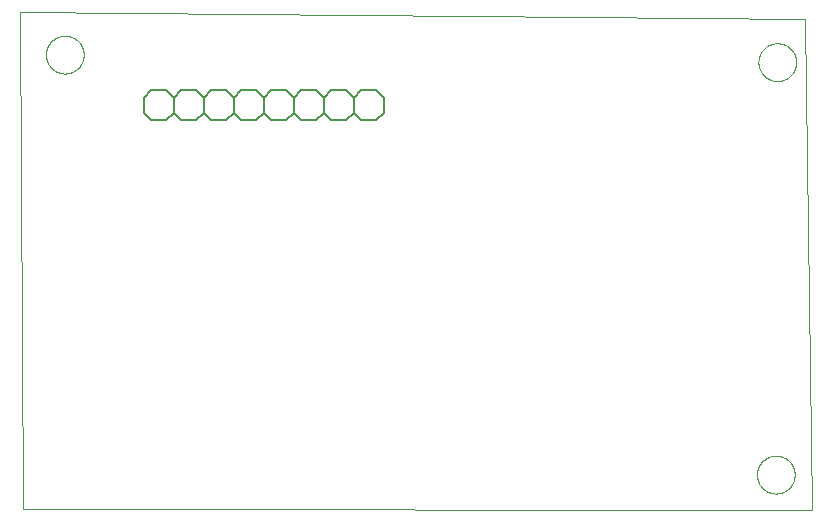
<source format=gbo>
G75*
%MOIN*%
%OFA0B0*%
%FSLAX25Y25*%
%IPPOS*%
%LPD*%
%AMOC8*
5,1,8,0,0,1.08239X$1,22.5*
%
%ADD10C,0.00000*%
%ADD11C,0.00600*%
D10*
X0008584Y0005255D02*
X0007584Y0171031D01*
X0269321Y0168716D01*
X0271580Y0005125D01*
X0008584Y0005255D01*
X0016285Y0156755D02*
X0016287Y0156913D01*
X0016293Y0157071D01*
X0016303Y0157229D01*
X0016317Y0157387D01*
X0016335Y0157544D01*
X0016356Y0157701D01*
X0016382Y0157857D01*
X0016412Y0158013D01*
X0016445Y0158168D01*
X0016483Y0158321D01*
X0016524Y0158474D01*
X0016569Y0158626D01*
X0016618Y0158777D01*
X0016671Y0158926D01*
X0016727Y0159074D01*
X0016787Y0159220D01*
X0016851Y0159365D01*
X0016919Y0159508D01*
X0016990Y0159650D01*
X0017064Y0159790D01*
X0017142Y0159927D01*
X0017224Y0160063D01*
X0017308Y0160197D01*
X0017397Y0160328D01*
X0017488Y0160457D01*
X0017583Y0160584D01*
X0017680Y0160709D01*
X0017781Y0160831D01*
X0017885Y0160950D01*
X0017992Y0161067D01*
X0018102Y0161181D01*
X0018215Y0161292D01*
X0018330Y0161401D01*
X0018448Y0161506D01*
X0018569Y0161608D01*
X0018692Y0161708D01*
X0018818Y0161804D01*
X0018946Y0161897D01*
X0019076Y0161987D01*
X0019209Y0162073D01*
X0019344Y0162157D01*
X0019480Y0162236D01*
X0019619Y0162313D01*
X0019760Y0162385D01*
X0019902Y0162455D01*
X0020046Y0162520D01*
X0020192Y0162582D01*
X0020339Y0162640D01*
X0020488Y0162695D01*
X0020638Y0162746D01*
X0020789Y0162793D01*
X0020941Y0162836D01*
X0021094Y0162875D01*
X0021249Y0162911D01*
X0021404Y0162942D01*
X0021560Y0162970D01*
X0021716Y0162994D01*
X0021873Y0163014D01*
X0022031Y0163030D01*
X0022188Y0163042D01*
X0022347Y0163050D01*
X0022505Y0163054D01*
X0022663Y0163054D01*
X0022821Y0163050D01*
X0022980Y0163042D01*
X0023137Y0163030D01*
X0023295Y0163014D01*
X0023452Y0162994D01*
X0023608Y0162970D01*
X0023764Y0162942D01*
X0023919Y0162911D01*
X0024074Y0162875D01*
X0024227Y0162836D01*
X0024379Y0162793D01*
X0024530Y0162746D01*
X0024680Y0162695D01*
X0024829Y0162640D01*
X0024976Y0162582D01*
X0025122Y0162520D01*
X0025266Y0162455D01*
X0025408Y0162385D01*
X0025549Y0162313D01*
X0025688Y0162236D01*
X0025824Y0162157D01*
X0025959Y0162073D01*
X0026092Y0161987D01*
X0026222Y0161897D01*
X0026350Y0161804D01*
X0026476Y0161708D01*
X0026599Y0161608D01*
X0026720Y0161506D01*
X0026838Y0161401D01*
X0026953Y0161292D01*
X0027066Y0161181D01*
X0027176Y0161067D01*
X0027283Y0160950D01*
X0027387Y0160831D01*
X0027488Y0160709D01*
X0027585Y0160584D01*
X0027680Y0160457D01*
X0027771Y0160328D01*
X0027860Y0160197D01*
X0027944Y0160063D01*
X0028026Y0159927D01*
X0028104Y0159790D01*
X0028178Y0159650D01*
X0028249Y0159508D01*
X0028317Y0159365D01*
X0028381Y0159220D01*
X0028441Y0159074D01*
X0028497Y0158926D01*
X0028550Y0158777D01*
X0028599Y0158626D01*
X0028644Y0158474D01*
X0028685Y0158321D01*
X0028723Y0158168D01*
X0028756Y0158013D01*
X0028786Y0157857D01*
X0028812Y0157701D01*
X0028833Y0157544D01*
X0028851Y0157387D01*
X0028865Y0157229D01*
X0028875Y0157071D01*
X0028881Y0156913D01*
X0028883Y0156755D01*
X0028881Y0156597D01*
X0028875Y0156439D01*
X0028865Y0156281D01*
X0028851Y0156123D01*
X0028833Y0155966D01*
X0028812Y0155809D01*
X0028786Y0155653D01*
X0028756Y0155497D01*
X0028723Y0155342D01*
X0028685Y0155189D01*
X0028644Y0155036D01*
X0028599Y0154884D01*
X0028550Y0154733D01*
X0028497Y0154584D01*
X0028441Y0154436D01*
X0028381Y0154290D01*
X0028317Y0154145D01*
X0028249Y0154002D01*
X0028178Y0153860D01*
X0028104Y0153720D01*
X0028026Y0153583D01*
X0027944Y0153447D01*
X0027860Y0153313D01*
X0027771Y0153182D01*
X0027680Y0153053D01*
X0027585Y0152926D01*
X0027488Y0152801D01*
X0027387Y0152679D01*
X0027283Y0152560D01*
X0027176Y0152443D01*
X0027066Y0152329D01*
X0026953Y0152218D01*
X0026838Y0152109D01*
X0026720Y0152004D01*
X0026599Y0151902D01*
X0026476Y0151802D01*
X0026350Y0151706D01*
X0026222Y0151613D01*
X0026092Y0151523D01*
X0025959Y0151437D01*
X0025824Y0151353D01*
X0025688Y0151274D01*
X0025549Y0151197D01*
X0025408Y0151125D01*
X0025266Y0151055D01*
X0025122Y0150990D01*
X0024976Y0150928D01*
X0024829Y0150870D01*
X0024680Y0150815D01*
X0024530Y0150764D01*
X0024379Y0150717D01*
X0024227Y0150674D01*
X0024074Y0150635D01*
X0023919Y0150599D01*
X0023764Y0150568D01*
X0023608Y0150540D01*
X0023452Y0150516D01*
X0023295Y0150496D01*
X0023137Y0150480D01*
X0022980Y0150468D01*
X0022821Y0150460D01*
X0022663Y0150456D01*
X0022505Y0150456D01*
X0022347Y0150460D01*
X0022188Y0150468D01*
X0022031Y0150480D01*
X0021873Y0150496D01*
X0021716Y0150516D01*
X0021560Y0150540D01*
X0021404Y0150568D01*
X0021249Y0150599D01*
X0021094Y0150635D01*
X0020941Y0150674D01*
X0020789Y0150717D01*
X0020638Y0150764D01*
X0020488Y0150815D01*
X0020339Y0150870D01*
X0020192Y0150928D01*
X0020046Y0150990D01*
X0019902Y0151055D01*
X0019760Y0151125D01*
X0019619Y0151197D01*
X0019480Y0151274D01*
X0019344Y0151353D01*
X0019209Y0151437D01*
X0019076Y0151523D01*
X0018946Y0151613D01*
X0018818Y0151706D01*
X0018692Y0151802D01*
X0018569Y0151902D01*
X0018448Y0152004D01*
X0018330Y0152109D01*
X0018215Y0152218D01*
X0018102Y0152329D01*
X0017992Y0152443D01*
X0017885Y0152560D01*
X0017781Y0152679D01*
X0017680Y0152801D01*
X0017583Y0152926D01*
X0017488Y0153053D01*
X0017397Y0153182D01*
X0017308Y0153313D01*
X0017224Y0153447D01*
X0017142Y0153583D01*
X0017064Y0153720D01*
X0016990Y0153860D01*
X0016919Y0154002D01*
X0016851Y0154145D01*
X0016787Y0154290D01*
X0016727Y0154436D01*
X0016671Y0154584D01*
X0016618Y0154733D01*
X0016569Y0154884D01*
X0016524Y0155036D01*
X0016483Y0155189D01*
X0016445Y0155342D01*
X0016412Y0155497D01*
X0016382Y0155653D01*
X0016356Y0155809D01*
X0016335Y0155966D01*
X0016317Y0156123D01*
X0016303Y0156281D01*
X0016293Y0156439D01*
X0016287Y0156597D01*
X0016285Y0156755D01*
X0253285Y0016755D02*
X0253287Y0016913D01*
X0253293Y0017071D01*
X0253303Y0017229D01*
X0253317Y0017387D01*
X0253335Y0017544D01*
X0253356Y0017701D01*
X0253382Y0017857D01*
X0253412Y0018013D01*
X0253445Y0018168D01*
X0253483Y0018321D01*
X0253524Y0018474D01*
X0253569Y0018626D01*
X0253618Y0018777D01*
X0253671Y0018926D01*
X0253727Y0019074D01*
X0253787Y0019220D01*
X0253851Y0019365D01*
X0253919Y0019508D01*
X0253990Y0019650D01*
X0254064Y0019790D01*
X0254142Y0019927D01*
X0254224Y0020063D01*
X0254308Y0020197D01*
X0254397Y0020328D01*
X0254488Y0020457D01*
X0254583Y0020584D01*
X0254680Y0020709D01*
X0254781Y0020831D01*
X0254885Y0020950D01*
X0254992Y0021067D01*
X0255102Y0021181D01*
X0255215Y0021292D01*
X0255330Y0021401D01*
X0255448Y0021506D01*
X0255569Y0021608D01*
X0255692Y0021708D01*
X0255818Y0021804D01*
X0255946Y0021897D01*
X0256076Y0021987D01*
X0256209Y0022073D01*
X0256344Y0022157D01*
X0256480Y0022236D01*
X0256619Y0022313D01*
X0256760Y0022385D01*
X0256902Y0022455D01*
X0257046Y0022520D01*
X0257192Y0022582D01*
X0257339Y0022640D01*
X0257488Y0022695D01*
X0257638Y0022746D01*
X0257789Y0022793D01*
X0257941Y0022836D01*
X0258094Y0022875D01*
X0258249Y0022911D01*
X0258404Y0022942D01*
X0258560Y0022970D01*
X0258716Y0022994D01*
X0258873Y0023014D01*
X0259031Y0023030D01*
X0259188Y0023042D01*
X0259347Y0023050D01*
X0259505Y0023054D01*
X0259663Y0023054D01*
X0259821Y0023050D01*
X0259980Y0023042D01*
X0260137Y0023030D01*
X0260295Y0023014D01*
X0260452Y0022994D01*
X0260608Y0022970D01*
X0260764Y0022942D01*
X0260919Y0022911D01*
X0261074Y0022875D01*
X0261227Y0022836D01*
X0261379Y0022793D01*
X0261530Y0022746D01*
X0261680Y0022695D01*
X0261829Y0022640D01*
X0261976Y0022582D01*
X0262122Y0022520D01*
X0262266Y0022455D01*
X0262408Y0022385D01*
X0262549Y0022313D01*
X0262688Y0022236D01*
X0262824Y0022157D01*
X0262959Y0022073D01*
X0263092Y0021987D01*
X0263222Y0021897D01*
X0263350Y0021804D01*
X0263476Y0021708D01*
X0263599Y0021608D01*
X0263720Y0021506D01*
X0263838Y0021401D01*
X0263953Y0021292D01*
X0264066Y0021181D01*
X0264176Y0021067D01*
X0264283Y0020950D01*
X0264387Y0020831D01*
X0264488Y0020709D01*
X0264585Y0020584D01*
X0264680Y0020457D01*
X0264771Y0020328D01*
X0264860Y0020197D01*
X0264944Y0020063D01*
X0265026Y0019927D01*
X0265104Y0019790D01*
X0265178Y0019650D01*
X0265249Y0019508D01*
X0265317Y0019365D01*
X0265381Y0019220D01*
X0265441Y0019074D01*
X0265497Y0018926D01*
X0265550Y0018777D01*
X0265599Y0018626D01*
X0265644Y0018474D01*
X0265685Y0018321D01*
X0265723Y0018168D01*
X0265756Y0018013D01*
X0265786Y0017857D01*
X0265812Y0017701D01*
X0265833Y0017544D01*
X0265851Y0017387D01*
X0265865Y0017229D01*
X0265875Y0017071D01*
X0265881Y0016913D01*
X0265883Y0016755D01*
X0265881Y0016597D01*
X0265875Y0016439D01*
X0265865Y0016281D01*
X0265851Y0016123D01*
X0265833Y0015966D01*
X0265812Y0015809D01*
X0265786Y0015653D01*
X0265756Y0015497D01*
X0265723Y0015342D01*
X0265685Y0015189D01*
X0265644Y0015036D01*
X0265599Y0014884D01*
X0265550Y0014733D01*
X0265497Y0014584D01*
X0265441Y0014436D01*
X0265381Y0014290D01*
X0265317Y0014145D01*
X0265249Y0014002D01*
X0265178Y0013860D01*
X0265104Y0013720D01*
X0265026Y0013583D01*
X0264944Y0013447D01*
X0264860Y0013313D01*
X0264771Y0013182D01*
X0264680Y0013053D01*
X0264585Y0012926D01*
X0264488Y0012801D01*
X0264387Y0012679D01*
X0264283Y0012560D01*
X0264176Y0012443D01*
X0264066Y0012329D01*
X0263953Y0012218D01*
X0263838Y0012109D01*
X0263720Y0012004D01*
X0263599Y0011902D01*
X0263476Y0011802D01*
X0263350Y0011706D01*
X0263222Y0011613D01*
X0263092Y0011523D01*
X0262959Y0011437D01*
X0262824Y0011353D01*
X0262688Y0011274D01*
X0262549Y0011197D01*
X0262408Y0011125D01*
X0262266Y0011055D01*
X0262122Y0010990D01*
X0261976Y0010928D01*
X0261829Y0010870D01*
X0261680Y0010815D01*
X0261530Y0010764D01*
X0261379Y0010717D01*
X0261227Y0010674D01*
X0261074Y0010635D01*
X0260919Y0010599D01*
X0260764Y0010568D01*
X0260608Y0010540D01*
X0260452Y0010516D01*
X0260295Y0010496D01*
X0260137Y0010480D01*
X0259980Y0010468D01*
X0259821Y0010460D01*
X0259663Y0010456D01*
X0259505Y0010456D01*
X0259347Y0010460D01*
X0259188Y0010468D01*
X0259031Y0010480D01*
X0258873Y0010496D01*
X0258716Y0010516D01*
X0258560Y0010540D01*
X0258404Y0010568D01*
X0258249Y0010599D01*
X0258094Y0010635D01*
X0257941Y0010674D01*
X0257789Y0010717D01*
X0257638Y0010764D01*
X0257488Y0010815D01*
X0257339Y0010870D01*
X0257192Y0010928D01*
X0257046Y0010990D01*
X0256902Y0011055D01*
X0256760Y0011125D01*
X0256619Y0011197D01*
X0256480Y0011274D01*
X0256344Y0011353D01*
X0256209Y0011437D01*
X0256076Y0011523D01*
X0255946Y0011613D01*
X0255818Y0011706D01*
X0255692Y0011802D01*
X0255569Y0011902D01*
X0255448Y0012004D01*
X0255330Y0012109D01*
X0255215Y0012218D01*
X0255102Y0012329D01*
X0254992Y0012443D01*
X0254885Y0012560D01*
X0254781Y0012679D01*
X0254680Y0012801D01*
X0254583Y0012926D01*
X0254488Y0013053D01*
X0254397Y0013182D01*
X0254308Y0013313D01*
X0254224Y0013447D01*
X0254142Y0013583D01*
X0254064Y0013720D01*
X0253990Y0013860D01*
X0253919Y0014002D01*
X0253851Y0014145D01*
X0253787Y0014290D01*
X0253727Y0014436D01*
X0253671Y0014584D01*
X0253618Y0014733D01*
X0253569Y0014884D01*
X0253524Y0015036D01*
X0253483Y0015189D01*
X0253445Y0015342D01*
X0253412Y0015497D01*
X0253382Y0015653D01*
X0253356Y0015809D01*
X0253335Y0015966D01*
X0253317Y0016123D01*
X0253303Y0016281D01*
X0253293Y0016439D01*
X0253287Y0016597D01*
X0253285Y0016755D01*
X0253785Y0154255D02*
X0253787Y0154413D01*
X0253793Y0154571D01*
X0253803Y0154729D01*
X0253817Y0154887D01*
X0253835Y0155044D01*
X0253856Y0155201D01*
X0253882Y0155357D01*
X0253912Y0155513D01*
X0253945Y0155668D01*
X0253983Y0155821D01*
X0254024Y0155974D01*
X0254069Y0156126D01*
X0254118Y0156277D01*
X0254171Y0156426D01*
X0254227Y0156574D01*
X0254287Y0156720D01*
X0254351Y0156865D01*
X0254419Y0157008D01*
X0254490Y0157150D01*
X0254564Y0157290D01*
X0254642Y0157427D01*
X0254724Y0157563D01*
X0254808Y0157697D01*
X0254897Y0157828D01*
X0254988Y0157957D01*
X0255083Y0158084D01*
X0255180Y0158209D01*
X0255281Y0158331D01*
X0255385Y0158450D01*
X0255492Y0158567D01*
X0255602Y0158681D01*
X0255715Y0158792D01*
X0255830Y0158901D01*
X0255948Y0159006D01*
X0256069Y0159108D01*
X0256192Y0159208D01*
X0256318Y0159304D01*
X0256446Y0159397D01*
X0256576Y0159487D01*
X0256709Y0159573D01*
X0256844Y0159657D01*
X0256980Y0159736D01*
X0257119Y0159813D01*
X0257260Y0159885D01*
X0257402Y0159955D01*
X0257546Y0160020D01*
X0257692Y0160082D01*
X0257839Y0160140D01*
X0257988Y0160195D01*
X0258138Y0160246D01*
X0258289Y0160293D01*
X0258441Y0160336D01*
X0258594Y0160375D01*
X0258749Y0160411D01*
X0258904Y0160442D01*
X0259060Y0160470D01*
X0259216Y0160494D01*
X0259373Y0160514D01*
X0259531Y0160530D01*
X0259688Y0160542D01*
X0259847Y0160550D01*
X0260005Y0160554D01*
X0260163Y0160554D01*
X0260321Y0160550D01*
X0260480Y0160542D01*
X0260637Y0160530D01*
X0260795Y0160514D01*
X0260952Y0160494D01*
X0261108Y0160470D01*
X0261264Y0160442D01*
X0261419Y0160411D01*
X0261574Y0160375D01*
X0261727Y0160336D01*
X0261879Y0160293D01*
X0262030Y0160246D01*
X0262180Y0160195D01*
X0262329Y0160140D01*
X0262476Y0160082D01*
X0262622Y0160020D01*
X0262766Y0159955D01*
X0262908Y0159885D01*
X0263049Y0159813D01*
X0263188Y0159736D01*
X0263324Y0159657D01*
X0263459Y0159573D01*
X0263592Y0159487D01*
X0263722Y0159397D01*
X0263850Y0159304D01*
X0263976Y0159208D01*
X0264099Y0159108D01*
X0264220Y0159006D01*
X0264338Y0158901D01*
X0264453Y0158792D01*
X0264566Y0158681D01*
X0264676Y0158567D01*
X0264783Y0158450D01*
X0264887Y0158331D01*
X0264988Y0158209D01*
X0265085Y0158084D01*
X0265180Y0157957D01*
X0265271Y0157828D01*
X0265360Y0157697D01*
X0265444Y0157563D01*
X0265526Y0157427D01*
X0265604Y0157290D01*
X0265678Y0157150D01*
X0265749Y0157008D01*
X0265817Y0156865D01*
X0265881Y0156720D01*
X0265941Y0156574D01*
X0265997Y0156426D01*
X0266050Y0156277D01*
X0266099Y0156126D01*
X0266144Y0155974D01*
X0266185Y0155821D01*
X0266223Y0155668D01*
X0266256Y0155513D01*
X0266286Y0155357D01*
X0266312Y0155201D01*
X0266333Y0155044D01*
X0266351Y0154887D01*
X0266365Y0154729D01*
X0266375Y0154571D01*
X0266381Y0154413D01*
X0266383Y0154255D01*
X0266381Y0154097D01*
X0266375Y0153939D01*
X0266365Y0153781D01*
X0266351Y0153623D01*
X0266333Y0153466D01*
X0266312Y0153309D01*
X0266286Y0153153D01*
X0266256Y0152997D01*
X0266223Y0152842D01*
X0266185Y0152689D01*
X0266144Y0152536D01*
X0266099Y0152384D01*
X0266050Y0152233D01*
X0265997Y0152084D01*
X0265941Y0151936D01*
X0265881Y0151790D01*
X0265817Y0151645D01*
X0265749Y0151502D01*
X0265678Y0151360D01*
X0265604Y0151220D01*
X0265526Y0151083D01*
X0265444Y0150947D01*
X0265360Y0150813D01*
X0265271Y0150682D01*
X0265180Y0150553D01*
X0265085Y0150426D01*
X0264988Y0150301D01*
X0264887Y0150179D01*
X0264783Y0150060D01*
X0264676Y0149943D01*
X0264566Y0149829D01*
X0264453Y0149718D01*
X0264338Y0149609D01*
X0264220Y0149504D01*
X0264099Y0149402D01*
X0263976Y0149302D01*
X0263850Y0149206D01*
X0263722Y0149113D01*
X0263592Y0149023D01*
X0263459Y0148937D01*
X0263324Y0148853D01*
X0263188Y0148774D01*
X0263049Y0148697D01*
X0262908Y0148625D01*
X0262766Y0148555D01*
X0262622Y0148490D01*
X0262476Y0148428D01*
X0262329Y0148370D01*
X0262180Y0148315D01*
X0262030Y0148264D01*
X0261879Y0148217D01*
X0261727Y0148174D01*
X0261574Y0148135D01*
X0261419Y0148099D01*
X0261264Y0148068D01*
X0261108Y0148040D01*
X0260952Y0148016D01*
X0260795Y0147996D01*
X0260637Y0147980D01*
X0260480Y0147968D01*
X0260321Y0147960D01*
X0260163Y0147956D01*
X0260005Y0147956D01*
X0259847Y0147960D01*
X0259688Y0147968D01*
X0259531Y0147980D01*
X0259373Y0147996D01*
X0259216Y0148016D01*
X0259060Y0148040D01*
X0258904Y0148068D01*
X0258749Y0148099D01*
X0258594Y0148135D01*
X0258441Y0148174D01*
X0258289Y0148217D01*
X0258138Y0148264D01*
X0257988Y0148315D01*
X0257839Y0148370D01*
X0257692Y0148428D01*
X0257546Y0148490D01*
X0257402Y0148555D01*
X0257260Y0148625D01*
X0257119Y0148697D01*
X0256980Y0148774D01*
X0256844Y0148853D01*
X0256709Y0148937D01*
X0256576Y0149023D01*
X0256446Y0149113D01*
X0256318Y0149206D01*
X0256192Y0149302D01*
X0256069Y0149402D01*
X0255948Y0149504D01*
X0255830Y0149609D01*
X0255715Y0149718D01*
X0255602Y0149829D01*
X0255492Y0149943D01*
X0255385Y0150060D01*
X0255281Y0150179D01*
X0255180Y0150301D01*
X0255083Y0150426D01*
X0254988Y0150553D01*
X0254897Y0150682D01*
X0254808Y0150813D01*
X0254724Y0150947D01*
X0254642Y0151083D01*
X0254564Y0151220D01*
X0254490Y0151360D01*
X0254419Y0151502D01*
X0254351Y0151645D01*
X0254287Y0151790D01*
X0254227Y0151936D01*
X0254171Y0152084D01*
X0254118Y0152233D01*
X0254069Y0152384D01*
X0254024Y0152536D01*
X0253983Y0152689D01*
X0253945Y0152842D01*
X0253912Y0152997D01*
X0253882Y0153153D01*
X0253856Y0153309D01*
X0253835Y0153466D01*
X0253817Y0153623D01*
X0253803Y0153781D01*
X0253793Y0153939D01*
X0253787Y0154097D01*
X0253785Y0154255D01*
D11*
X0128899Y0142401D02*
X0128899Y0137401D01*
X0126399Y0134901D01*
X0121399Y0134901D01*
X0118899Y0137401D01*
X0116399Y0134901D01*
X0111399Y0134901D01*
X0108899Y0137401D01*
X0108899Y0142401D01*
X0111399Y0144901D01*
X0116399Y0144901D01*
X0118899Y0142401D01*
X0118899Y0137401D01*
X0118899Y0142401D02*
X0121399Y0144901D01*
X0126399Y0144901D01*
X0128899Y0142401D01*
X0108899Y0142401D02*
X0106399Y0144901D01*
X0101399Y0144901D01*
X0098899Y0142401D01*
X0096399Y0144901D01*
X0091399Y0144901D01*
X0088899Y0142401D01*
X0086399Y0144901D01*
X0081399Y0144901D01*
X0078899Y0142401D01*
X0078899Y0137401D01*
X0081399Y0134901D01*
X0086399Y0134901D01*
X0088899Y0137401D01*
X0091399Y0134901D01*
X0096399Y0134901D01*
X0098899Y0137401D01*
X0101399Y0134901D01*
X0106399Y0134901D01*
X0108899Y0137401D01*
X0098899Y0137401D02*
X0098899Y0142401D01*
X0088899Y0142401D02*
X0088899Y0137401D01*
X0078899Y0137401D02*
X0076399Y0134901D01*
X0071399Y0134901D01*
X0068899Y0137401D01*
X0066399Y0134901D01*
X0061399Y0134901D01*
X0058899Y0137401D01*
X0056399Y0134901D01*
X0051399Y0134901D01*
X0048899Y0137401D01*
X0048899Y0142401D01*
X0051399Y0144901D01*
X0056399Y0144901D01*
X0058899Y0142401D01*
X0058899Y0137401D01*
X0058899Y0142401D02*
X0061399Y0144901D01*
X0066399Y0144901D01*
X0068899Y0142401D01*
X0068899Y0137401D01*
X0068899Y0142401D02*
X0071399Y0144901D01*
X0076399Y0144901D01*
X0078899Y0142401D01*
M02*

</source>
